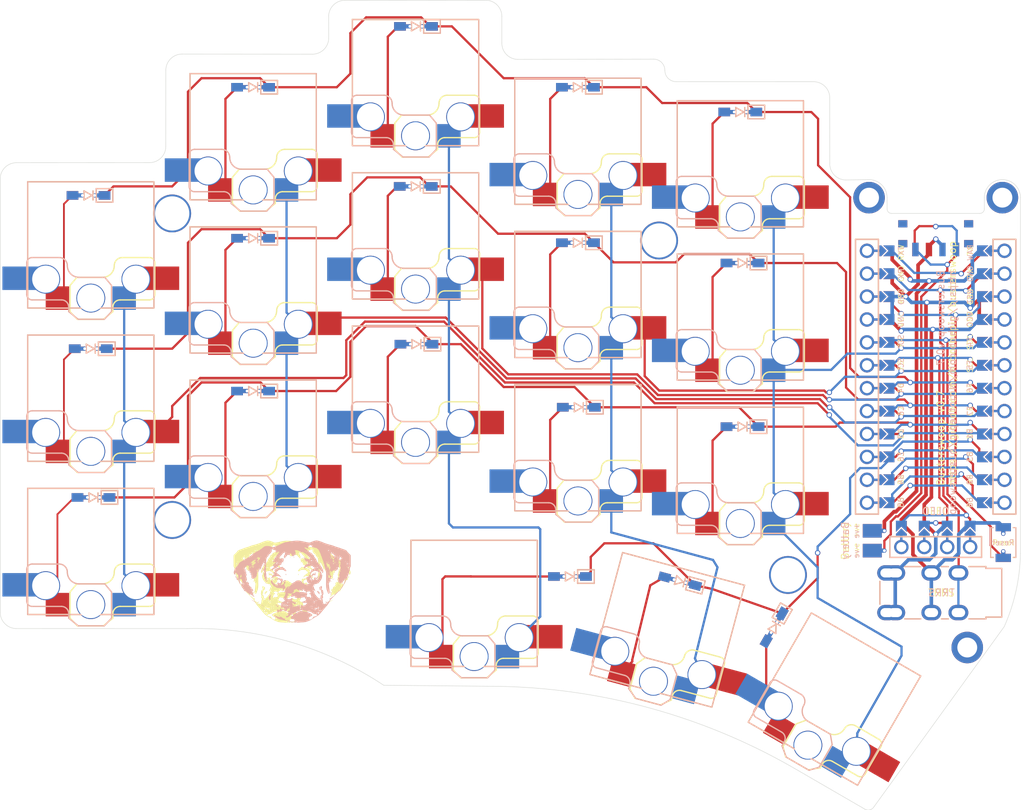
<source format=kicad_pcb>
(kicad_pcb (version 20221018) (generator pcbnew)
  (title_block (title "Busterswoop") (date "2023-07-28") (rev "0.7") (company "Nitinthepic") (comment 1 "https://github.com/Nitinthepic/busterswoop"))
  (layers (0 "F.Cu" signal) (31 "B.Cu" signal) (34 "B.Paste" user) (35 "F.Paste" user) (36 "B.SilkS" user "B.Silkscreen") (37 "F.SilkS" user "F.Silkscreen") (38 "B.Mask" user) (39 "F.Mask" user) (44 "Edge.Cuts" user))
  (net 0 "")
  (net 1 "raw")
  (net 2 "row0")
  (net 3 "GND")
  (net 4 "VCC")
  (net 5 "Net-(D2-A)")
  (net 6 "Net-(D3-A)")
  (net 7 "Net-(D4-A)")
  (net 8 "Net-(D5-A)")
  (net 9 "row1")
  (net 10 "Net-(D7-A)")
  (net 11 "data")
  (net 12 "reset")
  (net 13 "Net-(D8-A)")
  (net 14 "Net-(D9-A)")
  (net 15 "Net-(D10-A)")
  (net 16 "row2")
  (net 17 "Net-(D12-A)")
  (net 18 "Net-(D13-A)")
  (net 19 "Net-(D14-A)")
  (net 20 "Net-(D15-A)")
  (net 21 "Net-(D16-A)")
  (net 22 "row3")
  (net 23 "Net-(D17-A)")
  (net 24 "col2")
  (net 25 "led")
  (net 26 "sda")
  (net 27 "sla")
  (net 28 "col0")
  (net 29 "col1")
  (net 30 "col3")
  (net 31 "col4")
  (net 32 "unconnected-(PSW1-C-Pad3)")
  (net 33 "unconnected-(U1-B6-Pad13)")
  (net 34 "unconnected-(U1-B2-Pad14)")
  (net 35 "unconnected-(U1-B3-Pad15)")
  (net 36 "Net-(D11-A)")
  (net 37 "Net-(D6-A)")
  (net 38 "Net-(D1-A)")
  (net 39 "Net-(BT1--)")
  (net 40 "Net-(D18-A)")
  (net 41 "unconnected-(U1-B4-Pad11)")
  (net 42 "unconnected-(U1-B5-Pad12)")
  (footprint "arkenswoop:M2_hole_4.2mm" (layer "F.Cu") (at 134.228545 86.75)
    (fp_text reference "H3" hide)
    (fp_text value "M2 Hole")
  )
  (footprint "arkenswoop:D3_SMD" (layer "F.Cu") (at 107.275 63 180)
    (fp_text reference "D3" hide)
    (fp_text value " 1N4148W" hide)
  )
  (footprint "arkenswoop:Kailh-pg1350-socket-reversible" (layer "F.Cu") (at 107.229546 103.239471)
    (fp_text reference "SW13" hide)
    (fp_text value "Choc" hide)
  )
  (footprint "arkenswoop:young_buster_small" (layer "F.Cu") (at 93.56 124.58)
    (fp_text reference "G***" hide)
    (fp_text value "LOGO" hide)
  )
  (footprint "arkenswoop:M2_hole_4.2mm" (layer "F.Cu") (at 80.25 83.75)
    (fp_text reference "H1" hide)
    (fp_text value "M2 Hole")
  )
  (footprint "arkenswoop:D3_SMD" (layer "F.Cu") (at 71.225 98.75 180)
    (fp_text reference "D6" hide)
    (fp_text value " 1N4148W" hide)
  )
  (footprint "arkenswoop:Kailh-pg1350-socket-reversible" (layer "F.Cu") (at 153.66651 137.618092 -30)
    (fp_text reference "SW17" hide)
    (fp_text value "Choc" hide)
  )
  (footprint "arkenswoop:Reset" (layer "F.Cu") (at 172.380034 120.252819 90)
    (fp_text reference "RSW1" hide)
    (fp_text value "Reset")
  )
  (footprint "arkenswoop:D3_SMD" (layer "F.Cu") (at 70.975 81.75 180)
    (fp_text reference "D1" hide)
    (fp_text value " 1N4148W" hide)
  )
  (footprint "arkenswoop:Power" (layer "F.Cu") (at 164.890258 86.000219 180)
    (fp_text reference "PSW1" hide)
    (fp_text value "Power")
  )
  (footprint "arkenswoop:D3_SMD" (layer "F.Cu") (at 143.475 107.4 180)
    (fp_text reference "D15" hide)
    (fp_text value " 1N4148W" hide)
  )
  (footprint "arkenswoop:M2_hole_3.5mm" (layer "F.Cu") (at 172.281378 81.999725)
    (fp_text reference "Ref**" hide)
    (fp_text value "Val**" hide)
  )
  (footprint "arkenswoop:Kailh-pg1350-socket-reversible" (layer "F.Cu") (at 125.228544 92.73947)
    (fp_text reference "SW9" hide)
    (fp_text value "Choc" hide)
  )
  (footprint "arkenswoop:D3_SMD" (layer "F.Cu") (at 125.225 69.75 180)
    (fp_text reference "D4" hide)
    (fp_text value " 1N4148W" hide)
  )
  (footprint "arkenswoop:D3_SMD" (layer "F.Cu") (at 107.25 80.75 180)
    (fp_text reference "D8" hide)
    (fp_text value " 1N4148W" hide)
  )
  (footprint "arkenswoop:D3_SMD" (layer "F.Cu") (at 125.225 87 180)
    (fp_text reference "D9" hide)
    (fp_text value " 1N4148W" hide)
  )
  (footprint "arkenswoop:M2_hole_3.5mm" (layer "F.Cu") (at 157.500056 82.000182)
    (fp_text reference "Ref**" hide)
    (fp_text value "Val**" hide)
  )
  (footprint "arkenswoop:D3_SMD" (layer "F.Cu") (at 143.225 72.5 180)
    (fp_text reference "D5" hide)
    (fp_text value " 1N4148W" hide)
  )
  (footprint "arkenswoop:Kailh-pg1350-socket-reversible" (layer "F.Cu") (at 143.229546 95.239475)
    (fp_text reference "SW10" hide)
    (fp_text value "Choc" hide)
  )
  (footprint "arkenswoop:ProMicro_jumpers" (layer "F.Cu") (at 164.890259 101.863222)
    (fp_text reference "U1" hide)
    (fp_text value "ProMicro")
  )
  (footprint "arkenswoop:D3_SMD" (layer "F.Cu") (at 71.525 115.25 180)
    (fp_text reference "D11" hide)
    (fp_text value " 1N4148W" hide)
  )
  (footprint "arkenswoop:Kailh-pg1350-socket-reversible" (layer "F.Cu") (at 89.229547 109.239974)
    (fp_text reference "SW12" hide)
    (fp_text value "Choc" hide)
  )
  (footprint "arkenswoop:TRRS-3pin" (layer "F.Cu") (at 170.604707 125.82492 -90)
    (fp_text reference "J1")
    (fp_text value "TRRS" hide)
  )
  (footprint "arkenswoop:Kailh-pg1350-socket-reversible" (layer "F.Cu") (at 107.229543 69.239473)
    (fp_text reference "SW3" hide)
    (fp_text value "Choc" hide)
  )
  (footprint "arkenswoop:Kailh-pg1350-socket-reversible" (layer "F.Cu") (at 143.229546 78.239472)
    (fp_text reference "SW5" hide)
    (fp_text value "Choc" hide)
  )
  (footprint "arkenswoop:Kailh-pg1350-socket-reversible" (layer "F.Cu") (at 71.229542 104.239972)
    (fp_text reference "SW6" hide)
    (fp_text value "Choc" hide)
  )
  (footprint "arkenswoop:Kailh-pg1350-socket-reversible" (layer "F.Cu") (at 71.229542 121.239972)
    (fp_text reference "SW11" hide)
    (fp_text value "Choc" hide)
  )
  (footprint "arkenswoop:M2_hole_3.5mm" (layer "F.Cu") (at 168.386407 131.897959)
    (fp_text reference "Ref**" hide)
    (fp_text value "Val**" hide)
  )
  (footprint "arkenswoop:OLED_jumpers" (layer "F.Cu") (at 161.080438 120.752911)
    (fp_text reference "O1" hide)
    (fp_text value "OLED")
  )
  (footprint "arkenswoop:Kailh-pg1350-socket-reversible" (layer "F.Cu") (at 125.228544 109.739471)
    (fp_text reference "SW14" hide)
    (fp_text value "Choc" hide)
  )
  (footprint "arkenswoop:D3_SMD" (layer "F.Cu") (at 125.3254 105.25 180)
    (fp_text reference "D14" hide)
    (fp_text value " 1N4148W" hide)
  )
  (footprint "arkenswoop:Kailh-pg1350-socket-reversible" (layer "F.Cu") (at 89.229547 92.239968)
    (fp_text reference "SW7" hide)
    (fp_text value "Choc" hide)
  )
  (footprint "arkenswoop:Kailh-pg1350-socket-reversible" (layer "F.Cu") (at 125.228547 75.739475)
    (fp_text reference "SW4" hide)
    (fp_text value "Choc" hide)
  )
  (footprint "arkenswoop:D3_SMD" (layer "F.Cu") (at 89.225 86.5 180)
    (fp_text reference "D7" hide)
    (fp_text value " 1N4148W" hide)
  )
  (footprint "arkenswoop:D3_SMD" (layer "F.Cu") (at 89.225 103.45 180)
    (fp_text reference "D12" hide)
    (fp_text value " 1N4148W" hide)
  )
  (footprint "arkenswoop:M2_hole_4.2mm" (layer "F.Cu") (at 80.25 117.75)
    (fp_text reference "H2" hide)
    (fp_text value "M2 Hole")
  )
  (footprint "arkenswoop:Kailh-pg1350-socket-reversible" (layer "F.Cu") (at 135.128587 129.939172 -15)
    (fp_text reference "SW16" hide)
    (fp_text value "Choc" hide)
  )
  (footprint "arkenswoop:Kailh-pg1350-socket-reversible" (layer "F.Cu") (at 107.229546 86.23947)
    (fp_text reference "SW8" hide)
    (fp_text value "Choc" hide)
  )
  (footprint "arkenswoop:D3_SMD" (layer "F.Cu") (at 107.3254 98.25 180)
    (fp_text reference "D13" hide)
    (fp_text value " 1N4148W" hide)
  )
  (footprint "arkenswoop:Kailh-pg1350-socket-reversible" (layer "F.Cu") (at 71.229542 87.239972)
    (fp_text reference "SW1" hide)
    (fp_text value "Choc" hide)
  )
  (footprint "arkenswoop:Battery_pads_reversible" (layer "F.Cu") (at 157.857431 120.051406 -90)
    (fp_text reference "BT1" hide)
    (fp_text value "Battery")
  )
  (footprint "arkenswoop:M2_hole_4.2mm" (layer "F.Cu") (at 148.510701 123.849903)
    (fp_text reference "H4" hide)
    (fp_text value "M2 Hole")
  )
  (footprint "arkenswoop:Kailh-pg1350-socket-reversible" (layer "F.Cu") (at 113.72 127)
    (fp_text reference "SW18" hide)
    (fp_text value "Choc" hide)
  )
  (footprint "arkenswoop:D3_SMD" (layer "F.Cu") (at 89.225 69.75 180)
    (fp_text reference "D2" hide)
    (fp_text value " 1N4148W" hide)
  )
  (footprint "arkenswoop:D3_SMD" (layer "F.Cu") (at 146.9875 129.662805 -120)
    (fp_text reference "D17" hide)
    (fp_text value " 1N4148W" hide)
  )
  (footprint "arkenswoop:D3_SMD" (layer "F.Cu") (at 136.535482 124.540596 165)
    (fp_text reference "D16" hide)
    (fp_text value " 1N4148W" hide)
  )
  (footprint "arkenswoop:Kailh-pg1350-socket-reversible" (layer "F.Cu") (at 143.229549 112.239469)
    (fp_text reference "SW15" hide)
    (fp_text value "Choc" hide)
  )
  (footprint "arkenswoop:D3_SMD" (layer "F.Cu") (at 143.475 89.25 180)
    (fp_text reference "D10" hide)
    (fp_text value " 1N4148W" hide)
  )
  (footprint "arkenswoop:Kailh-pg1350-socket-reversible" (layer "F.Cu") (at 89.229545 75.239973)
    (fp_text reference "SW2" hide)
    (fp_text value "Choc" hide)
  )
  (footprint "arkenswoop:young_buster_small" (layer "B.Cu") (at 93.544013 124.572815 180)
    (fp_text reference "G***" hide)
    (fp_text value "LOGO" hide)
  )
  (footprint "swoop:D3_SMD" (layer "B.Cu") (at 124.34 124.02 180)
    (fp_text reference "D18" hide)
    (fp_text value " 1N4148W" hide)
  )
  (gr_line (start 61.188833 79.86901) (end 61.188833 127.991349) (stroke (width 0.05)) (layer "Edge.Cuts"))
  (gr_line (start 153.15 78.15) (end 153.145111 70.933883) (stroke (width 0.05)) (layer "Edge.Cuts"))
  (gr_line (start 174.281315 81.999689) (end 174.281568 121.466832) (stroke (width 0.05)) (layer "Edge.Cuts"))
  (gr_arc (start 172.281326 79.999547) (mid 173.695547 80.585425) (end 174.281315 81.999689) (stroke (width 0.05)) (layer "Edge.Cuts"))
  (gr_line (start 133.616117 66.633883) (end 118.540222 66.661837) (stroke (width 0.05)) (layer "Edge.Cuts"))
  (gr_line (start 116.795111 61.894135) (end 116.795111 64.867702) (stroke (width 0.05)) (layer "Edge.Cuts"))
  (gr_line (start 115.05 60.1) (end 99.389516 60.11343) (stroke (width 0.05)) (layer "Edge.Cuts"))
  (gr_arc (start 133.616117 66.633883) (mid 134.5 67) (end 134.866117 67.883883) (stroke (width 0.05)) (layer "Edge.Cuts"))
  (gr_arc (start 136.116117 69.133883) (mid 135.232234 68.767766) (end 134.866117 67.883883) (stroke (width 0.05)) (layer "Edge.Cuts"))
  (gr_line (start 79.547715 67.826168) (end 79.543548 76.357158) (stroke (width 0.05)) (layer "Edge.Cuts"))
  (gr_arc (start 97.595381 61.858541) (mid 98.138076 60.621651) (end 99.389516 60.11343) (stroke (width 0.05)) (layer "Edge.Cuts"))
  (gr_arc (start 170.281014 83.249463) (mid 170.134575 83.603043) (end 169.781008 83.749464) (stroke (width 0.05)) (layer "Edge.Cuts"))
  (gr_line (start 115.235769 136.194832) (end 103.694979 136.082549) (stroke (width 0.05)) (layer "Edge.Cuts"))
  (gr_line (start 77.745029 78.114927) (end 62.983651 78.123526) (stroke (width 0.05)) (layer "Edge.Cuts"))
  (gr_line (start 170.281014 83.249463) (end 170.28119 81.999538) (stroke (width 0.05)) (layer "Edge.Cuts"))
  (gr_line (start 81.9 129.8) (end 62.944009 129.795833) (stroke (width 0.05)) (layer "Edge.Cuts"))
  (gr_line (start 157.030886 149.825076) (end 149.229607 145.303912) (stroke (width 0.05)) (layer "Edge.Cuts"))
  (gr_arc (start 115.05 60.1) (mid 116.286898 60.642691) (end 116.795111 61.894135) (stroke (width 0.05)) (layer "Edge.Cuts"))
  (gr_line (start 154.887029 80.037186) (end 157.5 80) (stroke (width 0.05)) (layer "Edge.Cuts"))
  (gr_arc (start 157.5 80) (mid 158.914216 80.585869) (end 159.499984 82.000133) (stroke (width 0.05)) (layer "Edge.Cuts"))
  (gr_arc (start 151.4 69.139748) (mid 152.63689 69.682443) (end 153.145111 70.933883) (stroke (width 0.05)) (layer "Edge.Cuts"))
  (gr_arc (start 174.281567 121.466832) (mid 173.789865 125.619716) (end 172.48064 129.591384) (stroke (width 0.05)) (layer "Edge.Cuts"))
  (gr_line (start 151.4 69.139748) (end 136.116117 69.133883) (stroke (width 0.05)) (layer "Edge.Cuts"))
  (gr_arc (start 79.543548 76.357158) (mid 79.000006 77.600024) (end 77.745029 78.114927) (stroke (width 0.05)) (layer "Edge.Cuts"))
  (gr_arc (start 115.235769 136.194832) (mid 132.832334 138.511576) (end 149.229607 145.303912) (stroke (width 0.05)) (layer "Edge.Cuts"))
  (gr_line (start 159.499984 82.000133) (end 159.500165 83.250065) (stroke (width 0.05)) (layer "Edge.Cuts"))
  (gr_arc (start 158.055405 149.550557) (mid 157.600001 149.900002) (end 157.030886 149.825076) (stroke (width 0.05)) (layer "Edge.Cuts"))
  (gr_arc (start 160.000164 83.750068) (mid 159.646629 83.603612) (end 159.500165 83.250065) (stroke (width 0.05)) (layer "Edge.Cuts"))
  (gr_arc (start 61.188834 79.86901) (mid 61.73183 78.631838) (end 62.983651 78.123526) (stroke (width 0.05)) (layer "Edge.Cuts"))
  (gr_arc (start 81.9 129.8) (mid 93.2811 131.263566) (end 103.694979 136.082549) (stroke (width 0.05)) (layer "Edge.Cuts"))
  (gr_arc (start 170.28119 81.999538) (mid 170.867035 80.585273) (end 172.281326 79.999547) (stroke (width 0.05)) (layer "Edge.Cuts"))
  (gr_arc (start 97.6 64.338143) (mid 97.057294 65.575) (end 95.805865 66.083254) (stroke (width 0.05)) (layer "Edge.Cuts"))
  (gr_line (start 97.595381 61.858541) (end 97.6 64.338143) (stroke (width 0.05)) (layer "Edge.Cuts"))
  (gr_line (start 158.055405 149.550557) (end 172.48064 129.591384) (stroke (width 0.05)) (layer "Edge.Cuts"))
  (gr_arc (start 118.540222 66.661837) (mid 117.303351 66.119136) (end 116.795111 64.867702) (stroke (width 0.05)) (layer "Edge.Cuts"))
  (gr_line (start 95.805865 66.083254) (end 81.352199 66.070992) (stroke (width 0.05)) (layer "Edge.Cuts"))
  (gr_arc (start 154.887029 80.037186) (mid 153.620088 79.460331) (end 153.15 78.15) (stroke (width 0.05)) (layer "Edge.Cuts"))
  (gr_arc (start 62.944009 129.795833) (mid 61.7 129.25) (end 61.188833 127.991349) (stroke (width 0.05)) (layer "Edge.Cuts"))
  (gr_line (start 160.000164 83.750068) (end 169.781008 83.749464) (stroke (width 0.05)) (layer "Edge.Cuts"))
  (gr_arc (start 79.547715 67.826168) (mid 80.093555 66.582164) (end 81.352199 66.070992) (stroke (width 0.05)) (layer "Edge.Cuts"))
  (gr_text "${TITLE} v${REVISION}\n${COMMENT1}" (at 166.084013 89.964022 90) (layer "B.SilkS") (effects (font (size 0.8 0.8) (thickness 0.1)) (justify left mirror)))
  (gr_text "${TITLE} v${REVISION}\n${COMMENT1}" (at 166.084012 114.024024 90) (layer "F.SilkS") (effects (font (size 0.8 0.8) (thickness 0.1)) (justify left)))
  (segment (start 162.763772 114.548714) (end 160.479742 116.83274) (width 0.4) (layer "F.Cu") (net 1))
  (segment (start 164.150941 91.234385) (end 162.763773 92.621556) (width 0.4) (layer "F.Cu") (net 1))
  (segment (start 164.150941 91.232744) (end 164.150941 91.234385) (width 0.4) (layer "F.Cu") (net 1))
  (segment (start 160.479742 116.83274) (end 160.273087 116.832745) (width 0.4) (layer "F.Cu") (net 1))
  (segment (start 160.064268 88.888668) (end 160.064268 87.893222) (width 0.4) (layer "F.Cu") (net 1))
  (segment (start 162.06426 90.88866) (end 160.064268 88.888668) (width 0.4) (layer "F.Cu") (net 1))
  (segment (start 162.763773 92.621556) (end 162.763772 114.548714) (width 0.4) (layer "F.Cu") (net 1))
  (segment (start 160.273087 116.832745) (end 159.19903 117.9068) (width 0.4) (layer "F.Cu") (net 1))
  (segment (start 159.19903 117.9068) (end 159.199032 118.951007) (width 0.4) (layer "F.Cu") (net 1))
  (segment (start 162.06426 91.068224) (end 162.06426 90.88866) (width 0.4) (layer "F.Cu") (net 1))
  (via (at 162.06426 91.068224) (size 0.6) (drill 0.4) (layers "F.Cu" "B.Cu") (net 1))
  (via (at 164.150941 91.232744) (size 0.6) (drill 0.4) (layers "F.Cu" "B.Cu") (net 1))
  (segment (start 164.150941 91.232744) (end 162.228778 91.232745) (width 0.4) (layer "B.Cu") (net 1))
  (segment (start 162.228778 91.232745) (end 162.06426 91.068224) (width 0.4) (layer "B.Cu") (net 1))
  (segment (start 168.950164 88.659323) (end 169.716269 87.89322) (width 0.4) (layer "B.Cu") (net 1))
  (segment (start 168.950158 90.335064) (end 168.950164 88.659323) (width 0.4) (layer "B.Cu") (net 1))
  (segment (start 168.052499 91.232736) (end 168.950158 90.335064) (width 0.4) (layer "B.Cu") (net 1))
  (segment (start 168.052499 91.232736) (end 164.150941 91.232744) (width 0.4) (layer "B.Cu") (net 1))
  (segment (start 151.85 73.25) (end 151.85 78.4) (width 0.25) (layer "F.Cu") (net 2))
  (segment (start 91 69.75) (end 98.5 69.75) (width 0.25) (layer "F.Cu") (net 2))
  (segment (start 83.5 68.75) (end 90 68.75) (width 0.25) (layer "F.Cu") (net 2))
  (segment (start 126 68.75) (end 127 69.75) (width 0.25) (layer "F.Cu") (net 2))
  (segment (start 169.351266 103.133227) (end 168.716265 102.49822) (width 0.25) (layer "F.Cu") (net 2))
  (segment (start 82 70.25) (end 83.5 68.75) (width 0.25) (layer "F.Cu") (net 2))
  (segment (start 100 68.25) (end 100 63.75) (width 0.25) (layer "F.Cu") (net 2))
  (segment (start 151.85 78.4) (end 155.4 81.95) (width 0.25) (layer "F.Cu") (net 2))
  (segment (start 111.25 63) (end 117 68.75) (width 0.25) (layer "F.Cu") (net 2))
  (segment (start 90 68.75) (end 91 69.75) (width 0.25) (layer "F.Cu") (net 2))
  (segment (start 161.444359 101.87831) (end 162.064272 102.498223) (width 0.25) (layer "F.Cu") (net 2))
  (segment (start 156.37831 101.87831) (end 161.444359 101.87831) (width 0.25) (layer "F.Cu") (net 2))
  (segment (start 117 68.75) (end 126 68.75) (width 0.25) (layer "F.Cu") (net 2))
  (segment (start 72.75 81.75) (end 73.75 80.75) (width 0.25) (layer "F.Cu") (net 2))
  (segment (start 108.8504 63) (end 111.25 63) (width 0.25) (layer "F.Cu") (net 2))
  (segment (start 107.8504 62) (end 108.8504 63) (width 0.25) (layer "F.Cu") (net 2))
  (segment (start 155.4 81.95) (end 155.4 100.9) (width 0.25) (layer "F.Cu") (net 2))
  (segment (start 145 72.5) (end 151.1 72.5) (width 0.25) (layer "F.Cu") (net 2))
  (segment (start 134.561957 71.5) (end 144 71.5) (width 0.25) (layer "F.Cu") (net 2))
  (segment (start 144 71.5) (end 145 72.5) (width 0.25) (layer "F.Cu") (net 2))
  (segment (start 100 63.75) (end 101.75 62) (width 0.25) (layer "F.Cu") (net 2))
  (segment (start 101.75 62) (end 107.8504 62) (width 0.25) (layer "F.Cu") (net 2))
  (segment (start 132.811957 69.75) (end 134.561957 71.5) (width 0.25) (layer "F.Cu") (net 2))
  (segment (start 80.25 80.75) (end 82 79) (width 0.25) (layer "F.Cu") (net 2))
  (segment (start 155.4 100.9) (end 156.37831 101.87831) (width 0.25) (layer "F.Cu") (net 2))
  (segment (start 73.75 80.75) (end 80.25 80.75) (width 0.25) (layer "F.Cu") (net 2))
  (segment (start 169.716266 103.133229) (end 169.351266 103.133227) (width 0.25) (layer "F.Cu") (net 2))
  (segment (start 82 79) (end 82 70.25) (width 0.25) (layer "F.Cu") (net 2))
  (segment (start 127 69.75) (end 132.811957 69.75) (width 0.25) (layer "F.Cu") (net 2))
  (segment (start 151.1 72.5) (end 151.85 73.25) (width 0.25) (layer "F.Cu") (net 2))
  (segment (start 98.5 69.75) (end 100 68.25) (width 0.25) (layer "F.Cu") (net 2))
  (via (at 168.716265 102.49822) (size 0.6) (drill 0.4) (layers "F.Cu" "B.Cu") (net 2))
  (via (at 162.064272 102.498223) (size 0.6) (drill 0.4) (layers "F.Cu" "B.Cu") (net 2))
  (segment (start 168.716265 102.49822) (end 160.699259 102.498224) (width 0.25) (layer "B.Cu") (net 2))
  (segment (start 160.699259 102.498224) (end 160.064263 103.133227) (width 0.25) (layer "B.Cu") (net 2))
  (segment (start 169.716268 92.97322) (end 169.716261 95.51322) (width 0.4) (layer "F.Cu") (net 3))
  (segment (start 164.148749 88.254755) (end 162.93543 89.468066) (width 0.4) (layer "F.Cu") (net 3))
  (segment (start 164.148744 87.350041) (end 164.898752 86.60004) (width 0.4) (layer "F.Cu") (net 3))
  (segment (start 160.064265 91.473224) (end 161.564265 92.973223) (width 0.4) (layer "F.Cu") (net 3))
  (segment (start 164.148736 87.750035) (end 164.148749 88.254755) (width 0.4) (layer "F.Cu") (net 3))
  (segment (start 162.93542 91.602053) (end 161.564265 92.973223) (width 0.4) (layer "F.Cu") (net 3))
  (segment (start 162.93543 89.468066) (end 162.93542 91.602053) (width 0.4) (layer "F.Cu") (net 3))
  (segment (start 161.080432 118.078912) (end 162.36467 119.363149) (width 0.4) (layer "F.Cu") (net 3))
  (segment (start 161.08043 117.715624) (end 163.812814 114.98324) (width 0.4) (layer "F.Cu") (net 3))
  (segment (start 161.080437 118.078912) (end 161.08043 117.715624) (width 0.4) (layer "F.Cu") (net 3))
  (segment (start 169.716271 93.243223) (end 168.716263 94.243233) (width 0.4) (layer "F.Cu") (net 3))
  (segment (start 163.812814 114.98324) (end 163.812815 93.718462) (width 0.4) (layer "F.Cu") (net 3))
  (segment (start 162.36467 119.363149) (end 162.364675 121.584888) (width 0.4) (layer "F.Cu") (net 3))
  (segment (start 169.716268 92.97322) (end 169.716271 93.243223) (width 0.4) (layer "F.Cu") (net 3))
  (segment (start 164.14875 87.750031) (end 164.148744 87.350041) (width 0.4) (layer "F.Cu") (net 3))
  (segment (start 163.812815 93.718462) (end 163.91279 93.618485) (width 0.4) (layer "F.Cu") (net 3))
  (segment (start 162.364675 121.584888) (end 164.404707 123.624919) (width 0.4) (layer "F.Cu") (net 3))
  (segment (start 160.06427 90.433231) (end 160.064265 91.473224) (width 0.4) (layer "F.Cu") (net 3))
  (via (at 168.716263 94.243233) (size 0.6) (drill 0.4) (layers "F.Cu" "B.Cu") (net 3))
  (via (at 164.898752 86.60004) (size 0.6) (drill 0.4) (layers "F.Cu" "B.Cu") (net 3))
  (via (at 163.91279 93.618485) (size 0.6) (drill 0.4) (layers "F.Cu" "B.Cu") (net 3))
  (via (at 161.564265 92.973223) (size 0.6) (drill 0.4) (layers "F.Cu" "B.Cu") (net 3))
  (segment (start 166.725535 122.164156) (end 167.442676 121.447015) (width 0.4) (layer "B.Cu") (net 3))
  (segment (start 168.70043 118.078909) (end 171.906123 118.078909) (width 0.4) (layer "B.Cu") (net 3))
  (segment (start 161.564265 92.973223) (end 160.064273 92.973224) (width 0.4) (layer "B.Cu") (net 3))
  (segment (start 160.064273 92.973224) (end 160.064273 95.513235) (width 0.4) (layer "B.Cu") (net 3))
  (segment (start 169.716263 90.433228) (end 169.015773 91.13371) (width 0.4) (layer "B.Cu") (net 3))
  (segment (start 169.015782 93.943716) (end 168.716263 94.243233) (width 0.4) (layer "B.Cu") (net 3))
  (segment (start 167.442676 121.447015) (end 167.44267 119.336672) (width 0.4) (layer "B.Cu") (net 3))
  (segment (start 168.091523 93.618482) (end 168.716263 94.243233) (width 0.4) (layer "B.Cu") (net 3))
  (segment (start 165.648754 87.750044) (end 165.648747 87.350034) (width 0.4) (layer "B.Cu") (net 3))
  (segment (start 169.015773 91.13371) (end 169.015782 93.943716) (width 0.4) (layer "B.Cu") (net 3))
  (segment (start 165.865471 122.164156) (end 166.725535 122.164156) (width 0.4) (layer "B.Cu") (net 3))
  (segment (start 171.906123 118.078909) (end 172.380031 118.552819) (width 0.4) (layer "B.Cu") (net 3))
  (segment (start 164.404707 123.624919) (end 165.865471 122.164156) (width 0.4) (layer "B.Cu") (net 3))
  (segment (start 161.564265 92.973223) (end 162.209522 93.618484) (width 0.4) (layer "B.Cu") (net 3))
  (segment (start 164.404706 123.624915) (end 164.40471 128.02492) (width 0.4) (layer "B.Cu") (net 3))
  (segment (start 167.44267 119.336672) (end 168.70043 118.078909) (width 0.4) (layer "B.Cu") (net 3))
  (segment (start 165.648747 87.350034) (end 164.898752 86.60004) (width 0.4) (layer "B.Cu") (net 3))
  (segment (start 162.209522 93.618484) (end 168.091523 93.618482) (width 0.4) (layer "B.Cu") (net 3))
  (segment (start 164.412334 96.777352) (end 164.570972 96.61871) (width 0.4) (layer "F.Cu") (net 4))
  (segment (start 160.064273 95.513235) (end 160.064265 95.783225) (width 0.4) (layer "F.Cu") (net 4))
  (segment (start 164.412332 115.231574) (end 164.412334 96.777352) (width 0.4) (layer "F.Cu") (net 4))
  (segment (start 163.620434 116.023474) (end 164.412332 115.231574) (width 0.4) (layer "F.Cu") (net 4))
  (segment (start 163.628911 118.078909) (end 164.894673 119.344672) (width 0.4) (layer "F.Cu") (net 4))
  (segment (start 160.064265 95.783225) (end 161.064266 96.783226) (width 0.4) (layer "F.Cu") (net 4))
  (segment (start 163.620432 118.078913) (end 163.620434 116.023474) (width 0.4) (layer "F.Cu") (net 4))
  (via (at 164.570972 96.61871) (size 0.6) (drill 0.4) (layers "F.Cu" "B.Cu") (net 4))
  (via (at 164.894673 119.344672) (size 0.6) (drill 0.4) (layers "F.Cu" "B.Cu") (net 4))
  (via (at 161.064266 96.783226) (size 0.6) (drill 0.4) (layers "F.Cu" "B.Cu") (net 4))
  (segment (start 164.185526 122.164156) (end 161.865471 122.164156) (width 0.4) (layer "B.Cu") (net 4))
  (segment (start 169.716261 95.51322) (end 168.610766 96.618711) (width 0.4) (layer "B.Cu") (net 4))
  (segment (start 160.404711 123.624923) (end 160.404709 128.024917) (width 0.4) (layer "B.Cu") (net 4))
  (segment (start 164.570972 96.61871) (end 161.228784 96.618709) (width 0.4) (layer "B.Cu") (net 4))
  (segment (start 161.865471 122.164156) (end 160.404707 123.624919) (width 0.4) (layer "B.Cu") (net 4))
  (segment (start 168.610766 96.618711) (end 164.570972 96.61871) (width 0.4) (layer "B.Cu") (net 4))
  (segment (start 164.894673 119.344672) (end 164.894674 121.455008) (width 0.4) (layer "B.Cu") (net 4))
  (segment (start 164.894673 119.344672) (end 166.160432 118.078913) (width 0.4) (layer "B.Cu") (net 4))
  (segment (start 161.228784 96.618709) (end 161.064266 96.783226) (width 0.4) (layer "B.Cu") (net 4))
  (segment (start 164.894674 121.455008) (end 164.185526 122.164156) (width 0.4) (layer "B.Cu") (net 4))
  (segment (start 87.45 69.75) (end 86.154545 71.045455) (width 0.25) (layer "F.Cu") (net 5))
  (segment (start 86.154545 71.045455) (end 86.154545 80.514973) (width 0.25) (layer "F.Cu") (net 5))
  (segment (start 86.154545 80.514973) (end 85.529545 81.139973) (width 0.25) (layer "F.Cu") (net 5))
  (segment (start 105.3004 63) (end 104.154543 64.145857) (width 0.25) (layer "F.Cu") (net 6))
  (segment (start 104.154543 64.145857) (end 104.154543 74.514473) (width 0.25) (layer "F.Cu") (net 6))
  (segment (start 104.154543 74.514473) (end 103.529543 75.139473) (width 0.25) (layer "F.Cu") (net 6))
  (segment (start 122.153547 71.046453) (end 122.153547 81.014475) (width 0.25) (layer "F.Cu") (net 7))
  (segment (start 122.153547 81.014475) (end 121.528547 81.639475) (width 0.25) (layer "F.Cu") (net 7))
  (segment (start 123.45 69.75) (end 122.153547 71.046453) (width 0.25) (layer "F.Cu") (net 7))
  (segment (start 140.154546 83.514472) (end 139.529546 84.139472) (width 0.25) (layer "F.Cu") (net 8))
  (segment (start 141.45 72.5) (end 140.154546 73.795454) (width 0.25) (layer "F.Cu") (net 8))
  (segment (start 140.154546 73.795454) (end 140.154546 83.514472) (width 0.25) (layer "F.Cu") (net 8))
  (segment (start 169.716259 105.673222) (end 169.35127 105.673227) (width 0.25) (layer "F.Cu") (net 9))
  (segment (start 136.075 89.175) (end 137 88.25) (width 0.25) (layer "F.Cu") (net 9))
  (segment (start 154.95 103.057955) (end 154.95 90.25) (width 0.25) (layer "F.Cu") (net 9))
  (segment (start 73 98.75) (end 80.25 98.75) (width 0.25) (layer "F.Cu") (net 9))
  (segment (start 91 86.5) (end 98.5 86.5) (width 0.25) (layer "F.Cu") (net 9))
  (segment (start 101.875 79.75) (end 107.75 79.75) (width 0.25) (layer "F.Cu") (net 9))
  (segment (start 129.175 89.175) (end 136.075 89.175) (width 0.25) (layer "F.Cu") (net 9))
  (segment (start 144.25 88.25) (end 145.25 89.25) (width 0.25) (layer "F.Cu") (net 9))
  (segment (start 161.424353 104.39831) (end 156.290354 104.398309) (width 0.25) (layer "F.Cu") (net 9))
  (segment (start 154.95 90.25) (end 153.95 89.25) (width 0.25) (layer "F.Cu") (net 9))
  (segment (start 98.5 86.5) (end 100 85) (width 0.25) (layer "F.Cu") (net 9))
  (segment (start 82 87) (end 83.5 85.5) (width 0.25) (layer "F.Cu") (net 9))
  (segment (start 80.25 98.75) (end 82 97) (width 0.25) (layer "F.Cu") (net 9))
  (segment (start 82 97) (end 82 87) (width 0.25) (layer "F.Cu") (net 9))
  (segment (start 127 87) (end 129.175 89.175) (width 0.25) (layer "F.Cu") (net 9))
  (segment (start 100 85) (end 100 81.625) (width 0.25) (layer "F.Cu") (net 9))
  (segment (start 90 85.5) (end 91 86.5) (width 0.25) (layer "F.Cu") (net 9))
  (segment (start 126 86) (end 127 87) (width 0.25) (layer "F.Cu") (net 9))
  (segment (start 116.375 86) (end 126 86) (width 0.25) (layer "F.Cu") (net 9))
  (segment (start 137 88.25) (end 144.25 88.25) (width 0.25) (layer "F.Cu") (net 9))
  (segment (start 100 81.625) (end 101.875 79.75) (width 0.25) (layer "F.Cu") (net 9))
  (segment (start 156.290354 104.398309) (end 154.95 103.057955) (width 0.25) (layer "F.Cu") (net 9))
  (segment (start 109.025 80.75) (end 111.125 80.75) (width 0.25) (layer "F.Cu") (net 9))
  (segment (start 153.95 89.25) (end 145.25 89.25) (width 0.25) (layer "F.Cu") (net 9))
  (segment (start 162.064271 105.038229) (end 161.424353 104.39831) (width 0.25) (layer "F.Cu") (net 9))
  (segment (start 111.125 80.75) (end 116.375 86) (width 0.25) (layer "F.Cu") (net 9))
  (segment (start 107.75 79.75) (end 108.75 80.75) (width 0.25) (layer "F.Cu") (net 9))
  (segment (start 169.35127 105.673227) (end 168.716267 105.038227) (width 0.25) (layer "F.Cu") (net 9))
  (segment (start 83.5 85.5) (end 90 85.5) (width 0.25) (layer "F.Cu") (net 9))
  (via (at 162.064271 105.038229) (size 0.6) (drill 0.4) (layers "F.Cu" "B.Cu") (net 9))
  (via (at 168.716267 105.038227) (size 0.6) (drill 0.4) (layers "F.Cu" "B.Cu") (net 9))
  (segment (start 160.699268 105.038228) (end 160.06426 105.673223) (width 0.25) (layer "B.Cu") (net 9))
  (segment (start 168.716267 105.038227) (end 160.699268 105.038228) (width 0.25) (layer "B.Cu") (net 9))
  (segment (start 86.154547 97.514968) (end 85.529547 98.139968) (width 0.25) (layer "F.Cu") (net 10))
  (segment (start 86.154547 87.795453) (end 86.154547 97.514968) (width 0.25) (layer "F.Cu") (net 10))
  (segment (start 87.45 86.5) (end 86.154547 87.795453) (width 0.25) (layer "F.Cu") (net 10))
  (segment (start 168.216268 92.338225) (end 169.716269 90.838223) (width 0.25) (layer "F.Cu") (net 11))
  (segment (start 165.393221 92.250963) (end 165.393221 98.061907) (width 0.25) (layer "F.Cu") (net 11))
  (segment (start 167.434675 116.767726) (end 167.434675 123.594951) (width 0.25) (layer "F.Cu") (net 11))
  (segment (start 165.393221 98.061907) (end 165.743191 98.411883) (width 0.25) (layer "F.Cu") (net 11))
  (segment (start 165.74319 115.076246) (end 167.434675 116.767726) (width 0.25) (layer "F.Cu") (net 11))
  (segment (start 165.743191 98.411883) (end 165.74319 115.076246) (width 0.25) (layer "F.Cu") (net 11))
  (segment (start 167.434675 123.594951) (end 167.404707 123.624919) (width 0.25) (layer "F.Cu") (net 11))
  (segment (start 169.716269 90.838223) (end 169.716263 90.433228) (width 0.25) (layer "F.Cu") (net 11))
  (segment (start 165.390969 92.248714) (end 165.393221 92.250963) (width 0.25) (layer "F.Cu") (net 11))
  (via (at 165.390969 92.248714) (size 0.6) (drill 0.4) (layers "F.Cu" "B.Cu") (net 11))
  (via (at 168.216268 92.338225) (size 0.6) (drill 0.4) (layers "F.Cu" "B.Cu") (net 11))
  (segment (start 167.404703 123.624918) (end 167.404705 128.024921) (width 0.25) (layer "B.Cu") (net 11))
  (segment (start 168.126753 92.248714) (end 165.390969 92.248714) (width 0.25) (layer "B.Cu") (net 11))
  (segment (start 165.390969 92.248714) (end 161.879758 92.248719) (width 0.25) (layer "B.Cu") (net 11))
  (segment (start 161.879758 92.248719) (end 160.06427 90.433231) (width 0.25) (layer "B.Cu") (net 11))
  (segment (start 168.216268 92.338225) (end 168.126753 92.248714) (width 0.25) (layer "B.Cu") (net 11))
  (segment (start 172.380033 121.952823) (end 170.992668 120.565466) (width 0.25) (layer "F.Cu") (net 12))
  (segment (start 167.091751 114.596151) (end 167.091751 95.007932) (width 0.25) (layer "F.Cu") (net 12))
  (segment (start 160.064273 92.973224) (end 160.064261 93.878232) (width 0.25) (layer "F.Cu") (net 12))
  (segment (start 167.091751 95.007932) (end 167.09467 95.005009) (width 0.25) (layer "F.Cu") (net 12))
  (segment (start 170.992668 120.565466) (end 170.992668 118.497068) (width 0.25) (layer "F.Cu") (net 12))
  (segment (start 170.992668 118.497068) (end 167.091751 114.596151) (width 0.25) (layer "F.Cu") (net 12))
  (segment (start 160.064261 93.878232) (end 161.064264 94.878218) (width 0.25) (layer "F.Cu") (net 12))
  (via (at 161.064264 94.878218) (size 0.6) (drill 0.4) (layers "F.Cu" "B.Cu") (net 12))
  (via (at 167.09467 95.005009) (size 0.6) (drill 0.4) (layers "F.Cu" "B.Cu") (net 12))
  (segment (start 169.716261 94.129509) (end 169.716261 92.97322) (width 0.25) (layer "B.Cu") (net 12))
  (segment (start 161.064264 94.878218) (end 161.153776 94.967734) (width 0.25) (layer "B.Cu") (net 12))
  (segment (start 167.09467 95.005009) (end 168.840761 95.005009) (width 0.25) (layer "B.Cu") (net 12))
  (segment (start 168.840761 95.005009) (end 169.716261 94.129509) (width 0.25) (layer "B.Cu") (net 12))
  (segment (start 167.09467 95.005009) (end 161.194673 95.005011) (width 0.25) (layer "B.Cu") (net 12))
  (segment (start 104.154546 91.51447) (end 103.529546 92.13947) (width 0.25) (layer "F.Cu") (net 13))
  (segment (start 105.2 80.75) (end 104.154546 81.795454) (width 0.25) (layer "F.Cu") (net 13))
  (segment (start 104.154546 81.795454) (end 104.154546 91.51447) (width 0.25) (layer "F.Cu") (net 13))
  (segment (start 123.45 87) (end 122.153544 88.296456) (width 0.25) (layer "F.Cu") (net 14))
  (segment (start 122.153544 88.296456) (end 122.153544 98.01447) (width 0.25) (layer "F.Cu") (net 14))
  (segment (start 122.153544 98.01447) (end 121.528544 98.63947) (width 0.25) (layer "F.Cu") (net 14))
  (segment (start 141.7 89.25) (end 140.154546 90.795454) (width 0.25) (layer "F.Cu") (net 15))
  (segment (start 140.154546 90.795454) (end 140.154546 100.514475) (width 0.25) (layer "F.Cu") (net 15))
  (segment (start 140.154546 100.514475) (end 139.529546 101.139475) (width 0.25) (layer "F.Cu") (net 15))
  (segment (start 161.826865 106.95) (end 154.25 106.95) (width 0.25) (layer "F.Cu") (net 16))
  (segment (start 112.25 98.25) (end 117 103) (width 0.25) (layer "F.Cu") (net 16))
  (segment (start 82 113.75) (end 82 104) (width 0.25) (layer "F.Cu") (net 16))
  (segment (start 82 104) (end 83.5 102.5) (width 0.25) (layer "F.Cu") (net 16))
  (segment (start 124.8504 103) (end 127.1004 105.25) (width 0.25) (layer "F.Cu") (net 16))
  (segment (start 154.25 106.95) (end 153.8 107.4) (width 0.25) (layer "F.Cu") (net 16))
  (segment (start 80.5 115.25) (end 82 113.75) (width 0.25) (layer "F.Cu") (net 16))
  (segment (start 100 101.875) (end 100 98) (width 0.25) (layer "F.Cu") (net 16))
  (segment (start 143.1 105.25) (end 145.25 107.4) (width 0.25) (layer "F.Cu") (net 16))
  (segment (start 169.716266 108.213222) (end 169.716264 107.943227) (width 0.25) (layer "F.Cu") (net 16))
  (segment (start 90.05 102.5) (end 91 103.45) (width 0.25) (layer "F.Cu") (net 16))
  (segment (start 91 103.45) (end 98.425 103.45) (width 0.25) (layer "F.Cu") (net 16))
  (segment (start 83.5 102.5) (end 90.05 102.5) (width 0.25) (layer "F.Cu") (net 16))
  (segment (start 127.1004 105.25) (end 143.1 105.25) (width 0.25) (layer "F.Cu") (net 16))
  (segment (start 169.716264 107.943227) (end 168.716262 106.943229) (width 0.25) (layer "F.Cu") (net 16))
  (segment (start 100 98) (end 101.75 96.25) (width 0.25) (layer "F.Cu") (net 16))
  (segment (start 117 103) (end 124.8504 103) (width 0.25) (layer "F.Cu") (net 16))
  (segment (start 98.425 103.45) (end 100 101.875) (width 0.25) (layer "F.Cu") (net 16))
  (segment (start 153.8 107.4) (end 145.25 107.4) (width 0.25) (layer "F.Cu") (net 16))
  (segment (start 162.064272 107.187407) (end 161.826865 106.95) (width 0.25) (layer "F.Cu") (net 16))
  (segment (start 107.25 96.25) (end 109.25 98.25) (width 0.25) (layer "F.Cu") (net 16))
  (segment (start 73.3 115.25) (end 80.5 115.25) (width 0.25) (layer "F.Cu") (net 16))
  (segment (start 101.75 96.25) (end 107.25 96.25) (width 0.25) (layer "F.Cu") (net 16))
  (segment (start 109.25 98.25) (end 112.25 98.25) (width 0.25) (layer "F.Cu") (net 16))
  (via (at 162.064272 107.187407) (size 0.6) (drill 0.4) (layers "F.Cu" "B.Cu") (net 16))
  (via (at 168.716262 106.943229) (size 0.6) (drill 0.4) (layers "F.Cu" "B.Cu") (net 16))
  (segment (start 168.47208 107.187414) (end 168.716262 106.943229) (width 0.25) (layer "B.Cu") (net 16))
  (segment (start 160.064273 108.213222) (end 160.064267 108.188616) (width 0.25) (layer "B.Cu") (net 16))
  (segment (start 161.065469 107.187407) (end 168.47208 107.187414) (width 0.25) (layer "B.Cu") (net 16))
  (segment (start 160.064267 108.188616) (end 161.065469 107.187407) (width 0.25) (layer "B.Cu") (net 16))
  (segment (start 86.154547 114.514974) (end 85.529547 115.139974) (width 0.25) (layer "F.Cu") (net 17))
  (segment (start 87.45 103.45) (end 86.154547 104.745453) (width 0.25) (layer "F.Cu") (net 17))
  (segment (start 86.154547 104.745453) (end 86.154547 114.514974) (width 0.25) (layer "F.Cu") (net 17))
  (segment (start 104.154546 108.514471) (end 103.529546 109.139471) (width 0.25) (layer "F.Cu") (net 18))
  (segment (start 104.154546 99.645854) (end 104.154546 108.514471) (width 0.25) (layer "F.Cu") (net 18))
  (segment (start 105.5504 98.25) (end 104.154546 99.645854) (width 0.25) (layer "F.Cu") (net 18))
  (segment (start 123.5504 105.25) (end 122.153544 106.646856) (width 0.25) (layer "F.Cu") (net 19))
  (segment (start 122.153544 115.014471) (end 121.528544 115.639471) (width 0.25) (layer "F.Cu") (net 19))
  (segment (start 122.153544 106.646856) (end 122.153544 115.014471) (width 0.25) (layer "F.Cu") (net 19))
  (segment (start 140.154549 108.945451) (end 140.154549 117.514469) (width 0.25) (layer "F.Cu") (net 20))
  (segment (start 141.7 107.4) (end 140.154549 108.945451) (width 0.25) (layer "F.Cu") (net 20))
  (segment (start 140.154549 117.514469) (end 139.529549 118.139469) (width 0.25) (layer "F.Cu") (net 20))
  (segment (start 131.25 133.25) (end 131.25 133.458133) (width 0.25) (layer "F.Cu") (net 21))
  (segment (start 131.25 133.458133) (end 130.027629 134.680504) (width 0.25) (layer "F.Cu") (net 21))
  (segment (start 134.820964 124.081192) (end 133.25 125) (width 0.25) (layer "F.Cu") (net 21))
  (segment (start 133.25 125) (end 131.25 133.25) (width 0.25) (layer "F.Cu") (net 21))
  (segment (start 138.25 125) (end 133.59 120.34) (width 0.25) (layer "F.Cu") (net 22))
  (segment (start 169.716263 110.753228) (end 169.716271 109.848229) (width 0.25) (layer "F.Cu") (net 22))
  (segment (start 140.1 125.4) (end 147.875 128.12561) (width 0.25) (layer "F.Cu") (net 22))
  (segment (start 151.8 124.20061) (end 151.8 121.4) (width 0.25) (layer "F.Cu") (net 22))
  (segment (start 147.875 128.12561) (end 151.8 124.20061) (width 0.25) (layer "F.Cu") (net 22))
  (segment (start 169.716271 109.848229) (end 168.716267 108.848231) (width 0.25) (layer "F.Cu") (net 22))
  (segment (start 128.16 120.34) (end 126.65 121.85) (width 0.25) (layer "F.Cu") (net 22))
  (segment (start 126.65 121.85) (end 126.65 123.485) (width 0.25) (layer "F.Cu") (net 22))
  (segment (start 126.65 123.485) (end 126.115 124.02) (width 0.25) (layer "F.Cu") (net 22))
  (segment (start 138.25 125) (end 140.1 125.4) (width 0.25) (layer "F.Cu") (net 22))
  (segment (start 133.59 120.34) (end 128.16 120.34) (width 0.25) (layer "F.Cu") (net 22))
  (via (at 168.716267 108.848231) (size 0.6) (drill 0.4) (layers "F.Cu" "B.Cu") (net 22))
  (via (at 151.8 121.4) (size 0.6) (drill 0.4) (layers "F.Cu" "B.Cu") (net 22))
  (segment (start 155.4 113.1) (end 156.5 112) (width 0.25) (layer "B.Cu") (net 22))
  (segment (start 151.8 120.7) (end 155.4 117.1) (width 0.25) (layer "B.Cu") (net 22))
  (segment (start 158.817479 112) (end 160.064257 110.753222) (width 0.25) (layer "B.Cu") (net 22))
  (segment (start 161.241876 109.057418) (end 168.50708 109.057415) (width 0.25) (layer "B.Cu") (net 22))
  (segment (start 160.064259 110.235036) (end 161.241876 109.057418) (width 0.25) (layer "B.Cu") (net 22))
  (segment (start 155.4 117.1) (end 155.4 113.1) (width 0.25) (layer "B.Cu") (net 22))
  (segment (start 160.064257 110.753222) (end 160.064259 110.235036) (width 0.25) (layer "B.Cu") (net 22))
  (segment (start 156.5 112) (end 158.817479 112) (width 0.25) (layer "B.Cu") (net 22))
  (segment (start 168.50708 109.057415) (end 168.716267 108.848231) (width 0.25) (layer "B.Cu") (net 22))
  (segment (start 151.8 121.4) (end 151.8 120.7) (width 0.25) (layer "B.Cu") (net 22))
  (segment (start 146.1 137.072606) (end 146.1 131.2) (width 0.25) (layer "F.Cu") (net 23))
  (segment (start 147.436383 138.408989) (end 146.1 137.072606) (width 0.25) (layer "F.Cu") (net 23))
  (segment (start 134.103604 103.9) (end 131.803604 101.6) (width 0.25) (layer "F.Cu") (net 24))
  (segment (start 160.429266 103.13322) (end 161.06426 103.768221) (width 0.25) (layer "F.Cu") (net 24))
  (segment (start 131.803604 101.6) (end 117.509188 101.6) (width 0.25) (layer "F.Cu") (net 24))
  (segment (start 153.100253 104.406311) (end 152.906311 104.406311) (width 0.25) (layer "F.Cu") (net 24))
  (segment (start 152.906311 104.406311) (end 152.4 103.9) (width 0.25) (layer "F.Cu") (net 24))
  (segment (start 152.4 103.9) (end 134.103604 103.9) (width 0.25) (layer "F.Cu") (net 24))
  (segment (start 117.509188 101.6) (end 114.629546 98.720358) (width 0.25) (layer "F.Cu") (net 24))
  (segment (start 114.629546 98.720358) (end 114.629546 89.93947) (width 0.25) (layer "F.Cu") (net 24))
  (segment (start 160.064263 103.133227) (end 160.429266 103.13322) (width 0.25) (layer "F.Cu") (net 24))
  (via (at 153.100253 104.406311) (size 0.6) (drill 0.4) (layers "F.Cu" "B.Cu") (net 24))
  (via (at 161.06426 103.768221) (size 0.6) (drill 0.4) (layers "F.Cu" "B.Cu") (net 24))
  (segment (start 111.37 118.58) (end 120.85 118.58) (width 0.25) (layer "B.Cu") (net 24))
  (segment (start 110.929546 105.739471) (end 112.229546 107.039471) (width 0.25) (layer "B.Cu") (net 24))
  (segment (start 110.929543 75.139473) (end 110.929543 88.739467) (width 0.25) (layer "B.Cu") (net 24))
  (segment (start 110.929546 92.13947) (end 110.929546 105.739471) (width 0.25) (layer "B.Cu") (net 24))
  (segment (start 153.100253 104.406311) (end 153.102251 104.408309) (width 0.25) (layer "B.Cu") (net 24))
  (segment (start 121.05 128.47) (end 118.72 130.8) (width 0.25) (layer "B.Cu") (net 24))
  (segment (start 120.85 118.58) (end 121.05 118.78) (width 0.25) (layer "B.Cu") (net 24))
  (segment (start 160.424172 104.408309) (end 161.06426 103.768221) (width 0.25) (layer "B.Cu") (net 24))
  (segment (start 169.081269 103.768224) (end 169.716266 103.133229) (width 0.25) (layer "B.Cu") (net 24))
  (segment (start 110.929546 109.139471) (end 110.929546 118.139546) (width 0.25) (layer "B.Cu") (net 24))
  (segment (start 161.06426 103.768221) (end 169.081269 103.768224) (width 0.25) (layer "B.Cu") (net 24))
  (segment (start 121.05 118.78) (end 121.05 128.47) (width 0.25) (layer "B.Cu") (net 24))
  (segment (start 110.929546 118.139546) (end 111.37 118.58) (width 0.25) (layer "B.Cu") (net 24))
  (segment (start 153.102251 104.408309) (end 160.424172 104.408309) (width 0.25) (layer "B.Cu") (net 24))
  (segment (start 110.929543 88.739467) (end 112.229546 90.03947) (width 0.25) (layer "B.Cu") (net 24))
  (segment (start 169.716265 88.433225) (end 169.716269 87.89322) (width 0.25) (layer "F.Cu") (net 25))
  (segment (start 167.716267 90.433225) (end 169.716265 88.433225) (width 0.25) (layer "F.Cu") (net 25))
  (via (at 167.716267 90.433225) (size 0.6) (drill 0.4) (layers "F.Cu" "B.Cu") (net 25))
  (segment (start 162.514751 90.343718) (end 160.064268 87.893222) (width 0.25) (layer "B.Cu") (net 25))
  (segment (start 167.626753 90.343706) (end 162.514751 90.343718) (width 0.25) (layer "B.Cu") (net 25))
  (segment (start 167.716267 90.433225) (end 167.626753 90.343706) (width 0.25) (layer "B.Cu") (net 25))
  (segment (start 169.351263 98.053227) (end 168.716263 97.418226) (width 0.25) (layer "F.Cu") (net 26))
  (segment (start 168.700433 117.64523) (end 168.282448 117.227242) (width 0.25) (layer "F.Cu") (net 26))
  (segment (start 168.282448 117.227242) (end 168.282443 116.979778) (width 0.25) (layer "F.Cu") (net 26))
  (segment (start 166.192714 114.890048) (end 166.192712 97.978208) (width 0.25) (layer "F.Cu") (net 26))
  (segment (start 169.71627 98.053228) (end 169.351263 98.053227) (width 0.25) (layer "F.Cu") (net 26))
  (segment (start 166.192712 97.978208) (end 166.017734 97.803228) (width 0.25) (layer "F.Cu") (net 26))
  (segment (start 168.700438 118.078909) (end 168.700433 117.64523) (width 0.25) (layer "F.Cu") (net 26))
  (segment (start 168.282443 116.979778) (end 166.192714 114.890048) (width 0.25) (layer "F.Cu") (net 26))
  (via (at 166.017734 97.803228) (size 0.6) (drill 0.4) (layers "F.Cu" "B.Cu") (net 26))
  (via (at 168.282448 117.227242) (size 0.6) (drill 0.4) (layers "F.Cu" "B.Cu") (net 26))
  (via (at 168.716263 97.418226) (size 0.6) (drill 0.4) (layers "F.Cu" "B.Cu") (net 26))
  (segment (start 168.331265 97.803229) (end 168.716263 97.418226) (width 0.25) (layer "B.Cu") (net 26))
  (segment (start 160.314263 97.803222) (end 168.331265 97.803229) (width 0.25) (layer "B.Cu") (net 26))
  (segment (start 161.934434 117.224909) (end 161.080435 118.078907) (width 0.25) (layer "B.Cu") (net 26))
  (segment (start 161.934434 117.224909) (end 168.280117 117.224912) (width 0.25) (layer "B.Cu") (net 26))
  (segment (start 160.064259 98.053227) (end 160.314263 97.803222) (width 0.25) (layer "B.Cu") (net 26))
  (segment (start 166.160432 118.078913) (end 166.160436 116.129207) (width 0.25) (layer "F.Cu") (net 27))
  (segment (start 164.890426 118.078912) (end 166.160432 118.078913) (width 0.25) (layer "F.Cu") (net 27))
  (segment (start 169.716265 100.593225) (end 169.351267 100.59323) (width 0.25) (layer "F.Cu") (net 27))
  (segment (start 169.351267 100.59323) (end 168.716269 99.958226) (width 0.25) (layer "F.Cu") (net 27))
  (segment (start 165.293672 115.262446) (end 165.293674 99.943683) (width 0.25) (layer "F.Cu") (net 27))
  (segment (start 165.293674 99.943683) (end 165.11869 99.768703) (width 0.25) (layer "F.Cu") (net 27))
  (segment (start 166.160436 116.129207) (end 165.293672 115.262446) (width 0.25) (layer "F.Cu") (net 27))
  (via (at 165.11869 99.768703) (size 0.6) (drill 0.4) (layers "F.Cu" "B.Cu") (net 27))
  (via (at 168.716269 99.958226) (size 0.6) (drill 0.4) (layers "F.Cu" "B.Cu") (net 27))
  (via (at 164.890426 118.078912) (size 0.6) (drill 0.4) (layers "F.Cu" "B.Cu") (net 27))
  (segment (start 168.716269 99.958226) (end 168.526738 99.768703) (width 0.25) (layer "B.Cu") (net 27))
  (segment (start 164.890426 118.078912) (end 163.620433 118.078911) (width 0.25) (layer "B.Cu") (net 27))
  (segment (start 168.526738 99.768703) (end 160.888782 99.768704) (width 0.25) (layer "B.Cu") (net 27))
  (segment (start 160.888782 99.768704) (end 160.064259 100.593224) (width 0.25) (layer "B.Cu") (net 27))
  (segment (start 110.386396 95.75) (end 101.613604 95.75) (width 0.25) (layer "F.Cu") (net 28))
  (segment (start 133.730812 104.8) (end 131.430812 102.5) (width 0.25) (layer "F.Cu") (net 28))
  (segment (start 153.094568 106.105432) (end 152.500153 105.511017) (width 0.25) (layer "F.Cu") (net 28))
  (segment (start 151.8 104.8) (end 133.730812 104.8) (width 0.25) (layer "F.Cu") (net 28))
  (segment (start 99.55 97.813604) (end 99.55 101.688604) (width 0.25) (layer "F.Cu") (net 28))
  (segment (start 101.613604 95.75) (end 99.55 97.813604) (width 0.25) (layer "F.Cu") (net 28))
  (segment (start 117.136396 102.5) (end 110.386396 95.75) (width 0.25) (layer "F.Cu") (net 28))
  (segment (start 83.363604 102) (end 80.25 105.113604) (width 0.25) (layer "F.Cu") (net 28))
  (segment (start 99.55 101.688604) (end 99.238604 102) (width 0.25) (layer "F.Cu") (net 28))
  (segment (start 152.500153 105.511017) (end 152.500153 105.500153) (width 0.25) (layer "F.Cu") (net 28))
  (segment (start 152.500153 105.500153) (end 151.8 104.8) (width 0.25) (layer "F.Cu") (net 28))
  (segment (start 99.238604 102) (end 83.363604 102) (width 0.25) (layer "F.Cu") (net 28))
  (segment (start 80.25 105.113604) (end 80.25 106.319514) (width 0.25) (layer "F.Cu") (net 28))
  (segment (start 160.064273 108.213222) (end 161.06427 108.213224) (width 0.25) (layer "F.Cu") (net 28))
  (segment (start 131.430812 102.5) (end 117.136396 102.5) (width 0.25) (layer "F.Cu") (net 28))
  (segment (start 80.25 106.319514) (end 78.629542 107.939972) (width 0.25) (layer "F.Cu") (net 28))
  (via (at 161.06427 108.213224) (size 0.6) (drill 0.4) (layers "F.Cu" "B.Cu") (net 28))
  (via (at 153.094568 106.105432) (size 0.6) (drill 0.4) (layers "F.Cu" "B.Cu") (net 28))
  (segment (start 74.929542 123.739972) (end 76.229542 125.039972) (width 0.25) (layer "B.Cu") (net 28))
  (segment (start 169.62675 108.123711) (end 169.716266 108.213222) (width 0.25) (layer "B.Cu") (net 28))
  (segment (start 161.06427 108.213224) (end 161.153781 108.123709) (width 0.25) (layer "B.Cu") (net 28))
  (segment (start 153.094568 106.303304) (end 156.269573 109.478309) (width 0.25) (layer "B.Cu") (net 28))
  (segment (start 74.929542 93.139972) (end 74.929542 106.739972) (width 0.25) (layer "B.Cu") (net 28))
  (segment (start 74.929542 106.739972) (end 76.229542 108.039972) (width 0.25) (layer "B.Cu") (net 28))
  (segment (start 74.929542 110.139972) (end 74.929542 123.739972) (width 0.25) (layer "B.Cu") (net 28))
  (segment (start 161.153781 108.123709) (end 169.62675 108.123711) (width 0.25) (layer "B.Cu") (net 28))
  (segment (start 156.269573 109.478309) (end 160.185265 109.478309) (width 0.25) (layer "B.Cu") (net 28))
  (segment (start 160.185265 109.478309) (end 161.064269 108.599306) (width 0.25) (layer "B.Cu") (net 28))
  (segment (start 161.064269 108.599306) (end 161.06427 108.213224) (width 0.25) (layer "B.Cu") (net 28))
  (segment (start 153.094568 106.105432) (end 153.094568 106.303304) (width 0.25) (layer "B.Cu") (net 28))
  (segment (start 110.572792 95.3) (end 97.269515 95.3) (width 0.25) (layer "F.Cu") (net 29))
  (segment (start 160.064264 105.673225) (end 160.429268 105.673225) (width 0.25) (layer "F.Cu") (net 29))
  (segment (start 117.322792 102.05) (end 110.572792 95.3) (width 0.25) (layer "F.Cu") (net 29))
  (segment (start 152.05 104.35) (end 133.917208 104.35) (width 0.25) (layer "F.Cu") (net 29))
  (segment (start 97.269515 95.3) (end 96.629547 95.939968) (width 0.25) (layer "F.Cu") (net 29))
  (segment (start 131.617208 102.05) (end 117.322792 102.05) (width 0.25) (layer "F.Cu") (net 29))
  (segment (start 153.125153 105.25284) (end 152.95284 105.25284) (width 0.25) (layer "F.Cu") (net 29))
  (segment (start 133.917208 104.35) (end 131.617208 102.05) (width 0.25) (layer "F.Cu") (net 29))
  (segment (start 160.429268 105.673225) (end 161.064264 106.308226) (width 0.25) (layer "F.Cu") (net 29))
  (segment (start 152.95284 105.25284) (end 152.05 104.35) (width 0.25) (layer "F.Cu") (net 29))
  (via (at 153.125153 105.25284) (size 0.6) (drill 0.4) (layers "F.Cu" "B.Cu") (net 29))
  (via (at 161.064264 106.308226) (size 0.6) (drill 0.4) (layers "F.Cu" "B.Cu") (net 29))
  (segment (start 92.929545 81.139973) (end 92.929545 94.739966) (width 0.25) (layer "B.Cu") (net 29))
  (segment (start 92.929547 111.739974) (end 94.229547 113.039974) (width 0.25) (layer "B.Cu") (net 29))
  (segment (start 92.929547 98.139968) (end 92.929547 111.739974) (width 0.25) (layer "B.Cu") (net 29))
  (segment (start 161.064264 106.308226) (end 161.153776 106.218722) (width 0.25) (layer "B.Cu") (net 29))
  (segment (start 160.434179 106.938307) (end 161.064264 106.308226) (width 0.25) (layer "B.Cu") (net 29))
  (segment (start 92.929545 94.739966) (end 94.229547 96.039968) (width 0.25) (layer "B.Cu") (net 29))
  (segment (start 161.153776 106.218722) (end 169.170778 106.218723) (width 0.25) (layer "B.Cu") (net 29))
  (segment (start 169.170778 106.218723) (end 169.716267 105.67322) (width 0.25) (layer "B.Cu") (net 29))
  (segment (start 153.125153 105.25284) (end 154.81062 106.938307) (width 0.25) (layer "B.Cu") (net 29))
  (segment (start 154.81062 106.938307) (end 160.434179 106.938307) (width 0.25) (layer "B.Cu") (net 29))
  (segment (start 134.24 103.4) (end 132.628544 101.788544) (width 0.25) (layer "F.Cu") (net 30))
  (segment (start 160.064269 100.593228) (end 160.429264 100.593225) (width 0.25) (layer "F.Cu") (net 30))
  (segment (start 153.1 103.6) (end 152.736396 103.6) (width 0.25) (layer "F.Cu") (net 30))
  (segment (start 152.736396 103.6) (end 152.536396 103.4) (width 0.25) (layer "F.Cu") (net 30))
  (segment (start 160.429264 100.593225) (end 161.06426 101.228225) (width 0.25) (layer "F.Cu") (net 30))
  (segment (start 132.628544 101.788544) (end 132.628544 96.43947) (width 0.25) (layer "F.Cu") (net 30))
  (segment (start 152.536396 103.4) (end 134.24 103.4) (width 0.25) (layer "F.Cu") (net 30))
  (via (at 161.06426 101.228225) (size 0.6) (drill 0.4) (layers "F.Cu" "B.Cu") (net 30))
  (via (at 153.1 103.6) (size 0.6) (drill 0.4) (layers "F.Cu" "B.Cu") (net 30))
  (segment (start 154.831689 101.868311) (end 160.424178 101.868311) (width 0.25) (layer "B.Cu") (net 30))
  (segment (start 161.06426 101.228225) (end 169.081262 101.228228) (width 0.25) (layer "B.Cu") (net 30))
  (segment (start 138.2 133.1) (end 138.974704 134.903785) (width 0.25) (layer "B.Cu") (net 30))
  (segment (start 128.928544 119.128544) (end 140.2 122.183194) (width 0.25) (layer "B.Cu") (net 30))
  (segment (start 153.1 103.6) (end 154.831689 101.868311) (width 0.25) (layer "B.Cu") (net 30))
  (segment (start 140.7 123) (end 138.2 133.1) (width 0.25) (layer "B.Cu") (net 30))
  (segment (start 128.928547 95.239473) (end 130.228544 96.53947) (width 0.25) (layer "B.Cu") (net 30))
  (segment (start 140.2 122.183194) (end 140.7 123) (width 0.25) (layer "B.Cu") (net 30))
  (segment (start 160.424178 101.868311) (end 161.06426 101.228225) (width 0.25) (layer "B.Cu") (net 30))
  (segment (start 169.081262 101.228228) (end 169.716265 100.593225) (width 0.25) (layer "B.Cu") (net 30))
  (segment (start 128.928544 98.63947) (end 128.928544 112.239471) (width 0.25) (layer "B.Cu") (net 30))
  (segment (start 128.928547 81.639475) (end 128.928547 95.239473) (width 0.25) (layer "B.Cu") (net 30))
  (segment (start 128.928544 112.239471) (end 130.228544 113.539471) (width 0.25) (layer "B.Cu") (net 30))
  (segment (start 128.928544 115.639471) (end 128.928544 119.128544) (width 0.25) (layer "B.Cu") (net 30))
  (segment (start 160.064261 98.053223) (end 160.429271 98.053226) (width 0.25) (layer "F.Cu") (net 31))
  (segment (start 160.429271 98.053226) (end 161.064261 98.688225) (width 0.25) (layer "F.Cu") (net 31))
  (segment (start 148.329546 99.139474) (end 148.488294 99.298223) (width 0.25) (layer "F.Cu") (net 31))
  (via (at 161.064261 98.688225) (size 0.6) (drill 0.4) (layers "F.Cu" "B.Cu") (net 31))
  (segment (start 169.081269 98.688226) (end 169.71627 98.053228) (width 0.25) (layer "B.Cu") (net 31))
  (segment (start 146.929546 101.139475) (end 146.929546 114.739466) (width 0.25) (layer "B.Cu") (net 31))
  (segment (start 151.8 123.00992) (end 151.8 126.4) (width 0.25) (layer "B.Cu") (net 31))
  (segment (start 146.929549 118.139469) (end 151.8 123.00992) (width 0.25) (layer "B.Cu") (net 31))
  (segment (start 155.1 99.3) (end 153.3 101.1) (width 0.25) (layer "B.Cu") (net 31))
  (segment (start 146.929546 84.139472) (end 146.929546 97.739475) (width 0.25) (layer "B.Cu") (net 31))
  (segment (start 153.3 101.1) (end 146.969021 101.1) (width 0.25) (layer "B.Cu") (net 31))
  (segment (start 151.8 126.4) (end 161.1 131.8) (width 0.25) (layer "B.Cu") (net 31))
  (segment (start 146.929546 114.739466) (end 148.229549 116.039469) (width 0.25) (layer "B.Cu") (net 31))
  (segment (start 161.1 132.8) (end 156.2 141.4) (width 0.25) (layer "B.Cu") (net 31))
  (segment (start 156.2 141.4) (end 156.096637 143.408989) (width 0.25) (layer "B.Cu") (net 31))
  (segment (start 161.1 131.8) (end 161.1 132.8) (width 0.25) (layer "B.Cu") (net 31))
  (segment (start 161.064261 98.688225) (end 160.452486 99.3) (width 0.25) (layer "B.Cu") (net 31))
  (segment (start 146.929546 97.739475) (end 148.229546 99.039475) (width 0.25) (layer "B.Cu") (net 31))
  (segment (start 160.452486 99.3) (end 155.1 99.3) (width 0.25) (layer "B.Cu") (net 31))
  (segment (start 146.969021 101.1) (end 146.929546 101.139475) (width 0.25) (layer "B.Cu") (net 31))
  (segment (start 161.064261 98.688225) (end 169.081269 98.688226) (width 0.25) (layer "B.Cu") (net 31))
  (segment (start 162.561737 85.657035) (end 162.561738 87.6717) (width 0.25) (layer "F.Cu") (net 32))
  (segment (start 163.056713 85.162055) (end 162.561737 85.657035) (width 0.25) (layer "F.Cu") (net 32))
  (segment (start 163.056713 85.162055) (end 164.852093 85.162057) (width 0.25) (layer "F.Cu") (net 32))
  (segment (start 164.852093 85.162057) (end 164.89026 85.200221) (width 0.25) (layer "F.Cu") (net 32))
  (segment (start 162.561738 87.6717) (end 162.640257 87.750218) (width 0.25) (layer "F.Cu") (net 32))
  (via (at 164.89026 85.200221) (size 0.6) (drill 0.4) (layers "F.Cu" "B.Cu") (net 32))
  (segment (start 164.928422 85.162052) (end 164.89026 85.200221) (width 0.25) (layer "B.Cu") (net 32))
  (segment (start 167.218776 85.657035) (end 166.7238 85.162052) (width 0.25) (layer "B.Cu") (net 32))
  (segment (start 167.218778 87.671701) (end 167.218776 85.657035) (width 0.25) (layer "B.Cu") (net 32))
  (segment (start 167.140258 87.750221) (end 167.218778 87.671701) (width 0.25) (layer "B.Cu") (net 32))
  (segment (start 166.7238 85.162052) (end 164.928422 85.162052) (width 0.25) (layer "B.Cu") (net 32))
  (segment (start 160.159264 115.833226) (end 160.064263 115.833229) (width 0.25) (layer "F.Cu") (net 33))
  (segment (start 162.064263 113.928217) (end 160.159264 115.833226) (width 0.25) (layer "F.Cu") (net 33))
  (via (at 162.064263 113.928217) (size 0.6) (drill 0.4) (layers "F.Cu" "B.Cu") (net 33))
  (segment (start 162.064263 113.928217) (end 167.811269 113.928223) (width 0.25) (layer "B.Cu") (net 33))
  (segment (start 167.811269 113.928223) (end 169.716266 115.833227) (width 0.25) (layer "B.Cu") (net 33))
  (segment (start 160.064263 113.293226) (end 160.29427 113.29322) (width 0.25) (layer "F.Cu") (net 34))
  (segment (start 160.29427 113.29322) (end 161.564264 112.023221) (width 0.25) (layer "F.Cu") (net 34))
  (via (at 161.564264 112.023221) (size 0.6) (drill 0.4) (layers "F.Cu" "B.Cu") (net 34))
  (segment (start 161.653782 111.93372) (end 168.356749 111.933706) (width 0.25) (layer "B.Cu") (net 34))
  (segment (start 168.356749 111.933706) (end 169.716264 113.293224) (width 0.25) (layer "B.Cu") (net 34))
  (segment (start 161.564264 112.023221) (end 161.653782 111.93372) (width 0.25) (layer "B.Cu") (net 34))
  (segment (start 160.429258 110.753221) (end 161.064265 110.118221) (width 0.25) (layer "F.Cu") (net 35))
  (segment (start 160.064262 110.753218) (end 160.429258 110.753221) (width 0.25) (layer "F.Cu") (net 35))
  (via (at 161.064265 110.118221) (size 0.6) (drill 0.4) (layers "F.Cu" "B.Cu") (net 35))
  (segment (start 168.991749 110.028712) (end 169.716263 110.753228) (width 0.25) (layer "B.Cu") (net 35))
  (segment (start 161.064265 110.118221) (end 161.153775 110.028706) (width 0.25) (layer "B.Cu") (net 35))
  (segment (start 161.153775 110.028706) (end 168.991749 110.028712) (width 0.25) (layer "B.Cu") (net 35))
  (segment (start 69.75 114.9) (end 67.529542 117.120458) (width 0.2) (layer "F.Cu") (net 36))
  (segment (start 67.529542 117.120458) (end 67.529542 127.139972) (width 0.2) (layer "F.Cu") (net 36))
  (segment (start 68.25 109.419514) (end 67.529542 110.139972) (width 0.2) (layer "F.Cu") (net 37))
  (segment (start 68.25 99.95) (end 68.25 109.419514) (width 0.2) (layer "F.Cu") (net 37))
  (segment (start 69.45 98.75) (end 68.25 99.95) (width 0.2) (layer "F.Cu") (net 37))
  (segment (start 68.25 92.419514) (end 67.529542 93.139972) (width 0.2) (layer "F.Cu") (net 38))
  (segment (start 68.25 82.7) (end 68.25 92.419514) (width 0.2) (layer "F.Cu") (net 38))
  (segment (start 69 81.95) (end 68.25 82.7) (width 0.2) (layer "F.Cu") (net 38))
  (segment (start 159.911517 119.346343) (end 159.199032 120.058829) (width 0.25) (layer "F.Cu") (net 39))
  (segment (start 160.493142 117.357269) (end 160.490348 117.357269) (width 0.25) (layer "F.Cu") (net 39))
  (segment (start 163.288291 92.991392) (end 163.288292 114.765975) (width 0.25) (layer "F.Cu") (net 39))
  (segment (start 166.17043 89.423077) (end 166.17043 90.109252) (width 0.25) (layer "F.Cu") (net 39))
  (segment (start 160.490348 117.357269) (end 159.911517 117.9361) (width 0.25) (layer "F.Cu") (net 39))
  (segment (start 160.493142 117.35726) (end 160.493142 117.357269) (width 0.25) (layer "F.Cu") (net 39))
  (segment (start 159.911517 117.9361) (end 159.911517 119.346343) (width 0.25) (layer "F.Cu") (net 39))
  (segment (start 166.17043 90.109252) (end 163.288291 92.991392) (width 0.25) (layer "F.Cu") (net 39))
  (segment (start 160.69701 117.357261) (end 160.493142 117.35726) (width 0.25) (layer "F.Cu") (net 39))
  (segment (start 159.199032 120.058829) (end 159.19903 121.151406) (width 0.25) (layer "F.Cu") (net 39))
  (segment (start 167.148746 88.444757) (end 166.17043 89.423077) (width 0.25) (layer "F.Cu") (net 39))
  (segment (start 163.288292 114.765975) (end 160.69701 117.357261) (width 0.25) (layer "F.Cu") (net 39))
  (segment (start 167.148744 87.750031) (end 167.148746 88.444757) (width 0.25) (layer "F.Cu") (net 39))
  (via (at 166.17043 89.423077) (size 0.6) (drill 0.4) (layers "F.Cu" "B.Cu") (net 39))
  (segment (start 164.321777 89.423066) (end 166.17043 89.423077) (width 0.25) (layer "B.Cu") (net 39))
  (segment (start 162.648739 87.750031) (end 164.321777 89.423066) (width 0.25) (layer "B.Cu") (net 39))
  (segment (start 110.21 132.64) (end 110.21 124.32) (width 0.25) (layer "F.Cu") (net 40))
  (segment (start 110.52 124.01) (end 113.37 124.01) (width 0.25) (layer "F.Cu") (net 40))
  (segment (start 110.21 124.32) (end 110.52 124.01) (width 0.25) (layer "F.Cu") (net 40))
  (segment (start 113.38 124.02) (end 122.565 124.02) (width 0.25) (layer "F.Cu") (net 40))
  (segment (start 113.37 124.01) (end 113.38 124.02) (width 0.25) (layer "F.Cu") (net 40))
  (segment (start 169.017431 112.594395) (end 169.017433 111.554389) (width 0.25) (layer "F.Cu") (net 41))
  (segment (start 169.716264 113.293224) (end 169.017431 112.594395) (width 0.25) (layer "F.Cu") (net 41))
  (segment (start 169.017433 111.554389) (end 168.216267 110.753229) (width 0.25) (layer "F.Cu") (net 41))
  (via (at 168.216267 110.753229) (size 0.6) (drill 0.4) (layers "F.Cu" "B.Cu") (net 41))
  (segment (start 168.022074 110.947412) (end 168.216267 110.753229) (width 0.25) (layer "B.Cu") (net 41))
  (segment (start 160.064268 112.498614) (end 161.615468 110.947415) (width 0.25) (layer "B.Cu") (net 41))
  (segment (start 160.064263 113.293226) (end 160.064268 112.498614) (width 0.25) (layer "B.Cu") (net 41))
  (segment (start 161.615468 110.947415) (end 168.022074 110.947412) (width 0.25) (layer "B.Cu") (net 41))
  (segment (start 168.981084 113.923044) (end 167.716262 112.658232) (width 0.25) (layer "F.Cu") (net 42))
  (segment (start 168.981087 115.098046) (end 168.981084 113.923044) (width 0.25) (layer "F.Cu") (net 42))
  (segment (start 169.716266 115.833227) (end 168.981087 115.098046) (width 0.25) (layer "F.Cu") (net 42))
  (via (at 167.716262 112.658232) (size 0.6) (drill 0.4) (layers "F.Cu" "B.Cu") (net 42))
  (segment (start 160.064263 115.833229) (end 160.064266 114.903603) (width 0.25) (layer "B.Cu") (net 42))
  (segment (start 162.04046 112.927409) (end 167.447083 112.92741) (width 0.25) (layer "B.Cu") (net 42))
  (segment (start 160.064266 114.903603) (end 162.04046 112.927409) (width 0.25) (layer "B.Cu") (net 42))
  (segment (start 167.447083 112.92741) (end 167.716262 112.658232) (width 0.25) (layer "B.Cu") (net 42))
)
</source>
